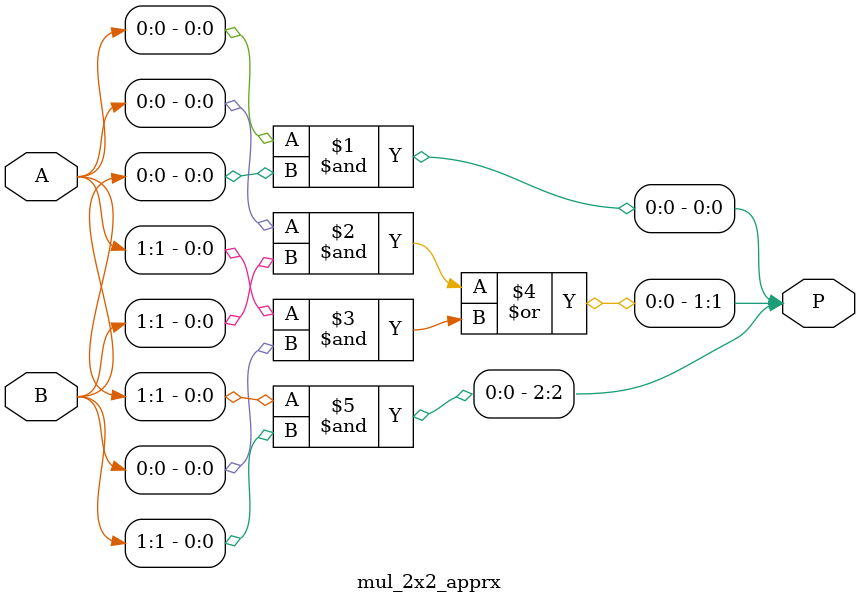
<source format=v>
module mul_2x2_apprx(
output [2:0] P,
input [1:0] A,B
);

assign P[0]= A[0] & B[0]; 
assign P[1]= (A[0] & B[1]) | (A[1] & B[0]);
assign P[2]= A[1] & B[1];

endmodule 
</source>
